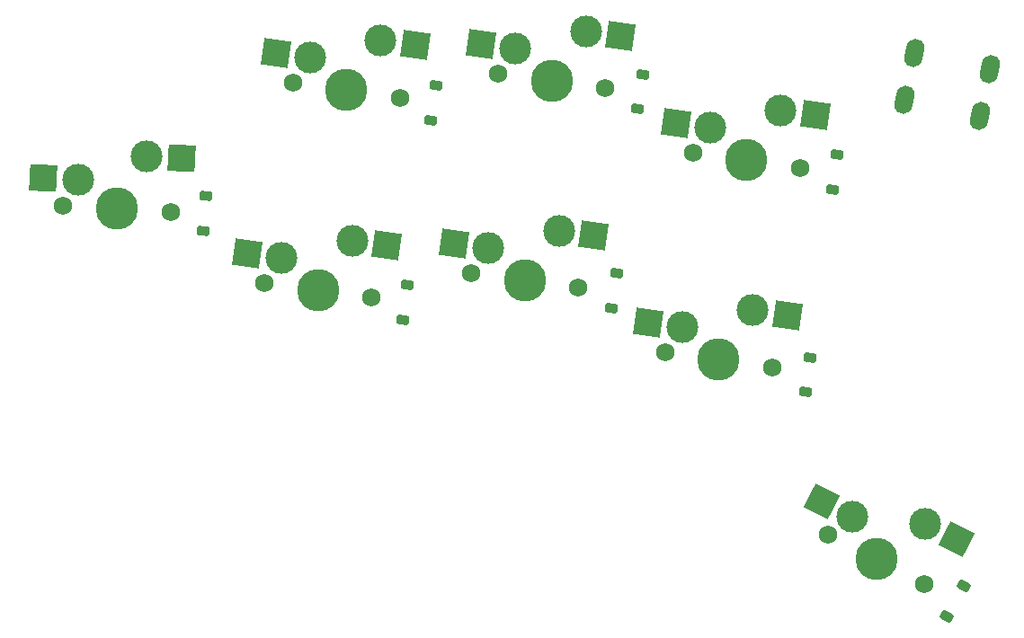
<source format=gbs>
%TF.GenerationSoftware,KiCad,Pcbnew,(7.0.0)*%
%TF.CreationDate,2023-03-16T17:08:34-03:00*%
%TF.ProjectId,TCC-PCB,5443432d-5043-4422-9e6b-696361645f70,rev?*%
%TF.SameCoordinates,Original*%
%TF.FileFunction,Soldermask,Bot*%
%TF.FilePolarity,Negative*%
%FSLAX46Y46*%
G04 Gerber Fmt 4.6, Leading zero omitted, Abs format (unit mm)*
G04 Created by KiCad (PCBNEW (7.0.0)) date 2023-03-16 17:08:34*
%MOMM*%
%LPD*%
G01*
G04 APERTURE LIST*
G04 Aperture macros list*
%AMRoundRect*
0 Rectangle with rounded corners*
0 $1 Rounding radius*
0 $2 $3 $4 $5 $6 $7 $8 $9 X,Y pos of 4 corners*
0 Add a 4 corners polygon primitive as box body*
4,1,4,$2,$3,$4,$5,$6,$7,$8,$9,$2,$3,0*
0 Add four circle primitives for the rounded corners*
1,1,$1+$1,$2,$3*
1,1,$1+$1,$4,$5*
1,1,$1+$1,$6,$7*
1,1,$1+$1,$8,$9*
0 Add four rect primitives between the rounded corners*
20,1,$1+$1,$2,$3,$4,$5,0*
20,1,$1+$1,$4,$5,$6,$7,0*
20,1,$1+$1,$6,$7,$8,$9,0*
20,1,$1+$1,$8,$9,$2,$3,0*%
%AMHorizOval*
0 Thick line with rounded ends*
0 $1 width*
0 $2 $3 position (X,Y) of the first rounded end (center of the circle)*
0 $4 $5 position (X,Y) of the second rounded end (center of the circle)*
0 Add line between two ends*
20,1,$1,$2,$3,$4,$5,0*
0 Add two circle primitives to create the rounded ends*
1,1,$1,$2,$3*
1,1,$1,$4,$5*%
%AMRotRect*
0 Rectangle, with rotation*
0 The origin of the aperture is its center*
0 $1 length*
0 $2 width*
0 $3 Rotation angle, in degrees counterclockwise*
0 Add horizontal line*
21,1,$1,$2,0,0,$3*%
G04 Aperture macros list end*
%ADD10HorizOval,1.700000X-0.103956X-0.489074X0.103956X0.489074X0*%
%ADD11C,1.750000*%
%ADD12C,3.000000*%
%ADD13C,3.987800*%
%ADD14RotRect,2.550000X2.500000X352.000000*%
%ADD15RotRect,2.550000X2.500000X333.000000*%
%ADD16RotRect,2.550000X2.500000X357.000000*%
%ADD17RoundRect,0.225000X0.218900X-0.378593X0.437065X0.014986X-0.218900X0.378593X-0.437065X-0.014986X0*%
%ADD18RoundRect,0.225000X0.340037X-0.275000X0.402664X0.170620X-0.340037X0.275000X-0.402664X-0.170620X0*%
%ADD19RoundRect,0.225000X0.353963X-0.256827X0.393183X0.191460X-0.353963X0.256827X-0.393183X-0.191460X0*%
G04 APERTURE END LIST*
D10*
%TO.C,USB1*%
X189315602Y-72370835D03*
X182175124Y-70853079D03*
X188379999Y-76772499D03*
X181239522Y-75254744D03*
%TD*%
D11*
%TO.C,MX5*%
X143004442Y-72775631D03*
D12*
X144615582Y-70437100D03*
D13*
X148035004Y-73482630D03*
D12*
X151257284Y-68805568D03*
D11*
X153065566Y-74189629D03*
D14*
X141372453Y-69981307D03*
X154527148Y-69265116D03*
%TD*%
D11*
%TO.C,MX4*%
X140459405Y-91580558D03*
D12*
X142070545Y-89242027D03*
D13*
X145489967Y-92287557D03*
D12*
X148712247Y-87610495D03*
D11*
X150520529Y-92994556D03*
D14*
X138827416Y-88786234D03*
X151982111Y-88070043D03*
%TD*%
D11*
%TO.C,MX8*%
X174083784Y-116259811D03*
D12*
X176368498Y-114573223D03*
D13*
X178610097Y-118566083D03*
D12*
X183179525Y-115192906D03*
D11*
X183136410Y-120872355D03*
D15*
X173450451Y-113086403D03*
X186121628Y-116691981D03*
%TD*%
D11*
%TO.C,MX6*%
X158718797Y-99054704D03*
D12*
X160329937Y-96716173D03*
D13*
X163749359Y-99761703D03*
D12*
X166971639Y-95084641D03*
D11*
X168779921Y-100468702D03*
D14*
X157086808Y-96260380D03*
X170241503Y-95544189D03*
%TD*%
D11*
%TO.C,MX1*%
X102031262Y-85279120D03*
D12*
X103432455Y-82809068D03*
D13*
X107104300Y-85544987D03*
D12*
X109906686Y-80604882D03*
D11*
X112177338Y-85810854D03*
D16*
X100161942Y-82637667D03*
X113204159Y-80777695D03*
%TD*%
D11*
%TO.C,MX3*%
X123671798Y-73648751D03*
D12*
X125282938Y-71310220D03*
D13*
X128702360Y-74355750D03*
D12*
X131924640Y-69678688D03*
D11*
X133732922Y-75062749D03*
D14*
X122039809Y-70854427D03*
X135194504Y-70138236D03*
%TD*%
D11*
%TO.C,MX2*%
X121003974Y-92497075D03*
D12*
X122615114Y-90158544D03*
D13*
X126034536Y-93204074D03*
D12*
X129256816Y-88527012D03*
D11*
X131065098Y-93911073D03*
D14*
X119371985Y-89702751D03*
X132526680Y-88986560D03*
%TD*%
D11*
%TO.C,MX7*%
X161349438Y-80245501D03*
D12*
X162960578Y-77906970D03*
D13*
X166380000Y-80952500D03*
D12*
X169602280Y-76275438D03*
D11*
X171410562Y-81659499D03*
D14*
X159717449Y-77451177D03*
X172872144Y-76734986D03*
%TD*%
D17*
%TO.C,D8*%
X185260064Y-123945623D03*
X186859936Y-121059377D03*
%TD*%
D18*
%TO.C,D7*%
X174460364Y-83740254D03*
X174919636Y-80472370D03*
%TD*%
%TO.C,D6*%
X171920364Y-102816442D03*
X172379636Y-99548558D03*
%TD*%
D19*
%TO.C,D1*%
X115196193Y-87607653D03*
X115483807Y-84320211D03*
%TD*%
D18*
%TO.C,D4*%
X153660728Y-94910384D03*
X154120000Y-91642500D03*
%TD*%
%TO.C,D2*%
X133980364Y-95986442D03*
X134439636Y-92718558D03*
%TD*%
%TO.C,D3*%
X136670000Y-77192500D03*
X137129272Y-73924616D03*
%TD*%
%TO.C,D5*%
X156140364Y-76126442D03*
X156599636Y-72858558D03*
%TD*%
M02*

</source>
